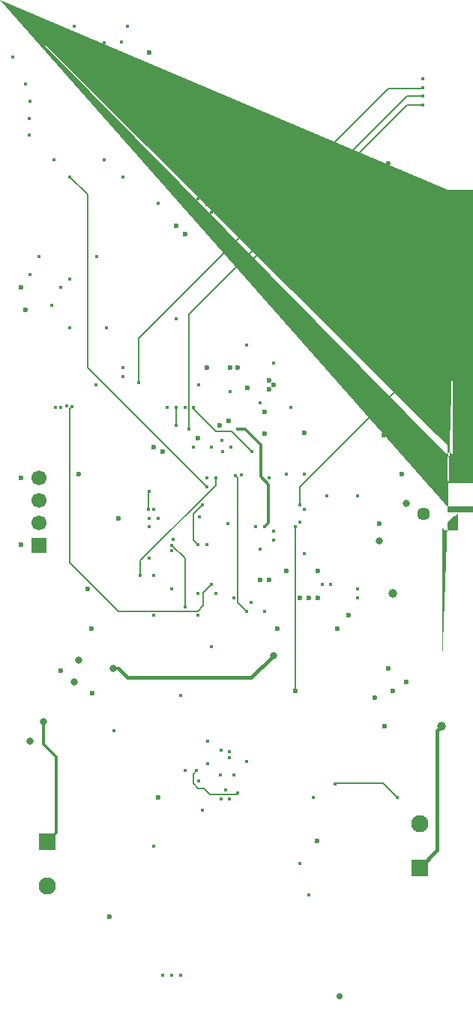
<source format=gbr>
G04 #@! TF.GenerationSoftware,KiCad,Pcbnew,9.0.4*
G04 #@! TF.CreationDate,2025-12-10T12:01:20-06:00*
G04 #@! TF.ProjectId,flightcompv2,666c6967-6874-4636-9f6d-7076322e6b69,rev?*
G04 #@! TF.SameCoordinates,Original*
G04 #@! TF.FileFunction,Copper,L6,Bot*
G04 #@! TF.FilePolarity,Positive*
%FSLAX46Y46*%
G04 Gerber Fmt 4.6, Leading zero omitted, Abs format (unit mm)*
G04 Created by KiCad (PCBNEW 9.0.4) date 2025-12-10 12:01:20*
%MOMM*%
%LPD*%
G01*
G04 APERTURE LIST*
G04 Aperture macros list*
%AMFreePoly0*
4,1,123,1.203536,0.953536,1.205000,0.950000,1.205000,-0.950000,1.203536,-0.953536,1.200000,-0.955000,-0.100000,-0.955000,-0.100192,-0.954996,-0.126192,-0.953996,-0.126383,-0.953985,-0.152383,-0.951985,-0.152573,-0.951967,-0.178573,-0.948967,-0.178944,-0.948910,-0.204944,-0.943910,-0.205167,-0.943862,-0.230167,-0.937862,-0.230300,-0.937828,-0.256300,-0.930828,-0.256756,-0.930682,-0.280756,-0.921682,
-0.280923,-0.921615,-0.304923,-0.911615,-0.305083,-0.911545,-0.329083,-0.900545,-0.329460,-0.900353,-0.352460,-0.887353,-0.352684,-0.887218,-0.396684,-0.859218,-0.397030,-0.858977,-0.418030,-0.842977,-0.418238,-0.842810,-0.438238,-0.825810,-0.438439,-0.825630,-0.457439,-0.807630,-0.457630,-0.807439,-0.475630,-0.788439,-0.475810,-0.788238,-0.492810,-0.768238,-0.492977,-0.768030,-0.508977,-0.747030,
-0.509218,-0.746684,-0.537218,-0.702684,-0.537353,-0.702460,-0.550353,-0.679460,-0.550545,-0.679083,-0.561545,-0.655083,-0.561615,-0.654923,-0.571615,-0.630923,-0.571682,-0.630756,-0.580682,-0.606756,-0.580828,-0.606300,-0.587828,-0.580300,-0.587862,-0.580167,-0.593862,-0.555167,-0.593910,-0.554944,-0.598910,-0.528944,-0.598967,-0.528573,-0.601967,-0.502573,-0.601985,-0.502383,-0.603985,-0.476383,
-0.603996,-0.476192,-0.604996,-0.450192,-0.605000,-0.450000,-0.605000,0.450000,-0.604996,0.450192,-0.603996,0.476192,-0.603985,0.476383,-0.601985,0.502383,-0.601967,0.502573,-0.598967,0.528573,-0.598910,0.528944,-0.593910,0.554944,-0.593862,0.555167,-0.587862,0.580167,-0.587828,0.580300,-0.580828,0.606300,-0.580682,0.606756,-0.571682,0.630756,-0.571615,0.630923,-0.561615,0.654923,
-0.561545,0.655083,-0.550545,0.679083,-0.550353,0.679460,-0.537353,0.702460,-0.537218,0.702684,-0.509218,0.746684,-0.508977,0.747030,-0.492977,0.768030,-0.492810,0.768238,-0.475810,0.788238,-0.475630,0.788439,-0.457630,0.807439,-0.457439,0.807630,-0.438439,0.825630,-0.438238,0.825810,-0.418238,0.842810,-0.418030,0.842977,-0.397030,0.858977,-0.396684,0.859218,-0.352684,0.887218,
-0.352460,0.887353,-0.329460,0.900353,-0.329083,0.900545,-0.305083,0.911545,-0.304923,0.911615,-0.280923,0.921615,-0.280756,0.921682,-0.256756,0.930682,-0.256300,0.930828,-0.230300,0.937828,-0.230167,0.937862,-0.205167,0.943862,-0.204944,0.943910,-0.178944,0.948910,-0.178573,0.948967,-0.152573,0.951967,-0.152383,0.951985,-0.126383,0.953985,-0.126192,0.953996,-0.100192,0.954996,
-0.100000,0.955000,1.200000,0.955000,1.203536,0.953536,1.203536,0.953536,$1*%
%AMFreePoly1*
4,1,123,0.100192,0.954996,0.126192,0.953996,0.126383,0.953985,0.152383,0.951985,0.152573,0.951967,0.178573,0.948967,0.178944,0.948910,0.204944,0.943910,0.205167,0.943862,0.230167,0.937862,0.230300,0.937828,0.256300,0.930828,0.256756,0.930682,0.280756,0.921682,0.280923,0.921615,0.304923,0.911615,0.305083,0.911545,0.329083,0.900545,0.329460,0.900353,0.352460,0.887353,
0.352684,0.887218,0.396684,0.859218,0.397030,0.858977,0.418030,0.842977,0.418238,0.842810,0.438238,0.825810,0.438439,0.825630,0.457439,0.807630,0.457630,0.807439,0.475630,0.788439,0.475810,0.788238,0.492810,0.768238,0.492977,0.768030,0.508977,0.747030,0.509218,0.746684,0.537218,0.702684,0.537353,0.702460,0.550353,0.679460,0.550545,0.679083,0.561545,0.655083,
0.561615,0.654923,0.571615,0.630923,0.571682,0.630756,0.580682,0.606756,0.580828,0.606300,0.587828,0.580300,0.587862,0.580167,0.593862,0.555167,0.593910,0.554944,0.598910,0.528944,0.598967,0.528573,0.601967,0.502573,0.601985,0.502383,0.603985,0.476383,0.603996,0.476192,0.604996,0.450192,0.605000,0.450000,0.605000,-0.450000,0.604996,-0.450192,0.603996,-0.476192,
0.603985,-0.476383,0.601985,-0.502383,0.601967,-0.502573,0.598967,-0.528573,0.598910,-0.528944,0.593910,-0.554944,0.593862,-0.555167,0.587862,-0.580167,0.587828,-0.580300,0.580828,-0.606300,0.580682,-0.606756,0.571682,-0.630756,0.571615,-0.630923,0.561615,-0.654923,0.561545,-0.655083,0.550545,-0.679083,0.550353,-0.679460,0.537353,-0.702460,0.537218,-0.702684,0.509218,-0.746684,
0.508977,-0.747030,0.492977,-0.768030,0.492810,-0.768238,0.475810,-0.788238,0.475630,-0.788439,0.457630,-0.807439,0.457439,-0.807630,0.438439,-0.825630,0.438238,-0.825810,0.418238,-0.842810,0.418030,-0.842977,0.397030,-0.858977,0.396684,-0.859218,0.352684,-0.887218,0.352460,-0.887353,0.329460,-0.900353,0.329083,-0.900545,0.305083,-0.911545,0.304923,-0.911615,0.280923,-0.921615,
0.280756,-0.921682,0.256756,-0.930682,0.256300,-0.930828,0.230300,-0.937828,0.230167,-0.937862,0.205167,-0.943862,0.204944,-0.943910,0.178944,-0.948910,0.178573,-0.948967,0.152573,-0.951967,0.152383,-0.951985,0.126383,-0.953985,0.126192,-0.953996,0.100192,-0.954996,0.100000,-0.955000,-1.200000,-0.955000,-1.203536,-0.953536,-1.205000,-0.950000,-1.205000,0.950000,-1.203536,0.953536,
-1.200000,0.955000,0.100000,0.955000,0.100192,0.954996,0.100192,0.954996,$1*%
G04 Aperture macros list end*
G04 #@! TA.AperFunction,ComponentPad*
%ADD10C,1.450000*%
G04 #@! TD*
G04 #@! TA.AperFunction,ComponentPad*
%ADD11FreePoly0,90.000000*%
G04 #@! TD*
G04 #@! TA.AperFunction,ComponentPad*
%ADD12FreePoly1,90.000000*%
G04 #@! TD*
G04 #@! TA.AperFunction,ComponentPad*
%ADD13R,1.650000X1.650000*%
G04 #@! TD*
G04 #@! TA.AperFunction,ComponentPad*
%ADD14C,1.650000*%
G04 #@! TD*
G04 #@! TA.AperFunction,ComponentPad*
%ADD15R,1.950000X1.950000*%
G04 #@! TD*
G04 #@! TA.AperFunction,ComponentPad*
%ADD16C,1.950000*%
G04 #@! TD*
G04 #@! TA.AperFunction,ComponentPad*
%ADD17R,1.700000X1.700000*%
G04 #@! TD*
G04 #@! TA.AperFunction,ComponentPad*
%ADD18C,1.700000*%
G04 #@! TD*
G04 #@! TA.AperFunction,ViaPad*
%ADD19C,0.600000*%
G04 #@! TD*
G04 #@! TA.AperFunction,ViaPad*
%ADD20C,0.400000*%
G04 #@! TD*
G04 #@! TA.AperFunction,ViaPad*
%ADD21C,0.800000*%
G04 #@! TD*
G04 #@! TA.AperFunction,ViaPad*
%ADD22C,1.000000*%
G04 #@! TD*
G04 #@! TA.AperFunction,ViaPad*
%ADD23C,0.700000*%
G04 #@! TD*
G04 #@! TA.AperFunction,Conductor*
%ADD24C,0.400000*%
G04 #@! TD*
G04 #@! TA.AperFunction,Conductor*
%ADD25C,0.300000*%
G04 #@! TD*
G04 #@! TA.AperFunction,Conductor*
%ADD26C,0.200000*%
G04 #@! TD*
G04 APERTURE END LIST*
D10*
X201975000Y-93500000D03*
X201975000Y-88500000D03*
D11*
X204675000Y-94500000D03*
D12*
X204675000Y-87500000D03*
D13*
X201195000Y-62000000D03*
D14*
X201195000Y-65500000D03*
X201195000Y-69000000D03*
X201195000Y-72500000D03*
D15*
X159500000Y-130500000D03*
D16*
X159500000Y-135500000D03*
D17*
X158500000Y-97120000D03*
D18*
X158500000Y-94580000D03*
X158500000Y-92040000D03*
X158500000Y-89500000D03*
D15*
X201500000Y-133500000D03*
D16*
X201500000Y-128500000D03*
D19*
X188000000Y-103000000D03*
D20*
X172000000Y-58500000D03*
D19*
X189000000Y-103000000D03*
D20*
X173500000Y-102000000D03*
X165900000Y-40400000D03*
X162500000Y-38500000D03*
D19*
X164446500Y-106500000D03*
X184500000Y-78500000D03*
D20*
X176500000Y-58000000D03*
D19*
X198000000Y-56000000D03*
D20*
X178500000Y-102500000D03*
D19*
X199500000Y-62500000D03*
X190014074Y-103000000D03*
D20*
X164000000Y-40400000D03*
D19*
X156500000Y-97000000D03*
X185000000Y-79000000D03*
D20*
X180071238Y-125704998D03*
D19*
X172500000Y-86500000D03*
X184000000Y-84500000D03*
X184500000Y-101000000D03*
D20*
X179071238Y-120204998D03*
X167980000Y-77020000D03*
D19*
X174000000Y-61000000D03*
X156500000Y-68000000D03*
X176500000Y-85000000D03*
D20*
X186500000Y-89000000D03*
X160000000Y-70000000D03*
X157000000Y-45000000D03*
X176000000Y-86000000D03*
D19*
X184500000Y-79500000D03*
D20*
X157500000Y-47000000D03*
D19*
X197000000Y-94610000D03*
D20*
X194510000Y-91500000D03*
D21*
X200000000Y-92305000D03*
D19*
X198851000Y-81351000D03*
D21*
X185000000Y-109500000D03*
X166950001Y-111000000D03*
D19*
X184000000Y-82000000D03*
D20*
X180100000Y-79700000D03*
X182500000Y-103500000D03*
X184000000Y-95000000D03*
X181000000Y-84000000D03*
X176646446Y-93853554D03*
X184500000Y-89500000D03*
X188000000Y-94500000D03*
X184000000Y-104500000D03*
X172500000Y-145578400D03*
X177500000Y-89500000D03*
X181362139Y-89134078D03*
X173500001Y-145578400D03*
X174499999Y-145578400D03*
X179896446Y-94603554D03*
X169995675Y-100495675D03*
X178500000Y-89500000D03*
X189000000Y-136500000D03*
X180503000Y-103000000D03*
X187500000Y-95000000D03*
D19*
X187500000Y-113500000D03*
D20*
X192000000Y-124000000D03*
X199000000Y-125500000D03*
X174500000Y-114000000D03*
X188500000Y-98000000D03*
X182550000Y-86500000D03*
X176000000Y-81500000D03*
X174000000Y-81500000D03*
X174000000Y-83500000D03*
X185000000Y-96500000D03*
X173000000Y-81500000D03*
X175000000Y-81500000D03*
X180200000Y-86000000D03*
X185000000Y-95500000D03*
X166117811Y-72500000D03*
X173487858Y-97043543D03*
X175000000Y-104000000D03*
X176500000Y-105000000D03*
X177571238Y-121704998D03*
X181000000Y-125000000D03*
X176349000Y-122500000D03*
X177000000Y-127000000D03*
X175000000Y-122500000D03*
X177500000Y-97000000D03*
X179000000Y-123000000D03*
X178000000Y-108500000D03*
X180000000Y-121029998D03*
X173505142Y-97693316D03*
X179570860Y-124710290D03*
X176571238Y-123704998D03*
X173662454Y-96417428D03*
X180500000Y-123000000D03*
X182000000Y-104500000D03*
X182000000Y-121500000D03*
X180750000Y-89250000D03*
X179150000Y-85250000D03*
X178000000Y-59500000D03*
X161000000Y-81500000D03*
D19*
X178950437Y-83501983D03*
D20*
X165900000Y-53600000D03*
X179250000Y-86500000D03*
D19*
X179953205Y-83000000D03*
D20*
X179000000Y-62500000D03*
X170600000Y-48900000D03*
X177000000Y-92500000D03*
X176500000Y-97000000D03*
X162000000Y-55500000D03*
X177500000Y-90500000D03*
X162286800Y-81400000D03*
X178000000Y-101500000D03*
X171000000Y-91000000D03*
X171500000Y-105000000D03*
X171500000Y-131000000D03*
X170899997Y-93000000D03*
D19*
X172000000Y-125500000D03*
D20*
X177500000Y-60000000D03*
X183500000Y-81000000D03*
D19*
X197500000Y-84600000D03*
D20*
X178000000Y-86000000D03*
D19*
X190000000Y-100000000D03*
D20*
X175500000Y-57500000D03*
X188500000Y-89000000D03*
D19*
X186450000Y-100000000D03*
X198500000Y-113500000D03*
D20*
X171000000Y-98500000D03*
X167000000Y-118000000D03*
D19*
X202500000Y-76000000D03*
X180100000Y-77000000D03*
D20*
X162000000Y-67000000D03*
X160200000Y-53600000D03*
X177571238Y-119204998D03*
D19*
X161000000Y-111250001D03*
D21*
X162500000Y-112500000D03*
X163000000Y-110000000D03*
D19*
X175000000Y-61980000D03*
D20*
X171500000Y-100500000D03*
X180051238Y-120369998D03*
D19*
X157000000Y-70480000D03*
D20*
X171000000Y-95000000D03*
X191000000Y-91500000D03*
D19*
X199500000Y-89000000D03*
X171500000Y-86000000D03*
D20*
X157500000Y-66500000D03*
X174000000Y-71520000D03*
D19*
X167500000Y-94000000D03*
D22*
X198500000Y-102500000D03*
D20*
X188000000Y-133000000D03*
X194500000Y-102000000D03*
X170600000Y-50800000D03*
X168000000Y-55500000D03*
X167800000Y-40300000D03*
D21*
X157500000Y-119150000D03*
D20*
X176577500Y-79000000D03*
D19*
X196500000Y-114275000D03*
D20*
X177461538Y-58662500D03*
D19*
X164000000Y-102000000D03*
X166500000Y-139000000D03*
D20*
X155600000Y-42000000D03*
D19*
X189907800Y-130439800D03*
D23*
X192500000Y-148000000D03*
D20*
X171500000Y-93000000D03*
X165000000Y-79000000D03*
X158500000Y-64500000D03*
X168500000Y-38500000D03*
D19*
X198000000Y-54000000D03*
X192225000Y-106500000D03*
D20*
X187000000Y-81500000D03*
D19*
X193500000Y-105000000D03*
X181000000Y-77000000D03*
D20*
X190510000Y-101500000D03*
D19*
X171000000Y-41500000D03*
D20*
X162000000Y-72500000D03*
D19*
X164500000Y-113775000D03*
D20*
X157400000Y-50800000D03*
X189500000Y-125510000D03*
D19*
X185490000Y-106500000D03*
D20*
X161000000Y-68000000D03*
X185000000Y-76500000D03*
X176500000Y-102500000D03*
D19*
X197600000Y-117500000D03*
D20*
X179071238Y-125704998D03*
D19*
X156500000Y-89500000D03*
D20*
X170600000Y-43200000D03*
D21*
X197000000Y-96550000D03*
D19*
X182100000Y-79325000D03*
D20*
X160399997Y-81500000D03*
X194500000Y-103000000D03*
D19*
X163000000Y-89000000D03*
D20*
X160500000Y-38500000D03*
X193000000Y-75500000D03*
D19*
X177500000Y-77000000D03*
D20*
X165040000Y-64500000D03*
X168000000Y-78000000D03*
D19*
X198000000Y-111000000D03*
D20*
X191500000Y-101500000D03*
D19*
X200000000Y-112500000D03*
X188500000Y-84400000D03*
X183540000Y-101000000D03*
D20*
X161637380Y-81372524D03*
X157400000Y-48900000D03*
X188000000Y-92500000D03*
X188500000Y-93000000D03*
X201891550Y-44405050D03*
X183500000Y-97500000D03*
X175500000Y-84000000D03*
X172000000Y-94000000D03*
X201891550Y-46405049D03*
D22*
X204000000Y-117500000D03*
D21*
X159000000Y-117000000D03*
D20*
X171000000Y-94000000D03*
X201891550Y-45405051D03*
X169766060Y-78733937D03*
X183000000Y-95000000D03*
X201891550Y-47405050D03*
X182000000Y-65500000D03*
X182000000Y-74500000D03*
D24*
X167500000Y-111000000D02*
X168500000Y-112000000D01*
D25*
X166950001Y-111000000D02*
X167500000Y-111000000D01*
D24*
X168500000Y-112000000D02*
X182500000Y-112000000D01*
X182500000Y-112000000D02*
X185000000Y-109500000D01*
D25*
X183551000Y-89330232D02*
X184449000Y-90228232D01*
X183551000Y-85771768D02*
X183551000Y-89330232D01*
X181779232Y-84000000D02*
X183551000Y-85771768D01*
X184449000Y-94551000D02*
X184000000Y-95000000D01*
X184449000Y-90228232D02*
X184449000Y-94551000D01*
X181000000Y-84000000D02*
X181779232Y-84000000D01*
D26*
X170000000Y-100500000D02*
X169995675Y-100495675D01*
X170000000Y-98791479D02*
X170000000Y-100500000D01*
X178500000Y-89500000D02*
X178500000Y-90291479D01*
X178500000Y-90291479D02*
X170000000Y-98791479D01*
X187449000Y-103228232D02*
X187449000Y-102771768D01*
X187449000Y-102771768D02*
X187500000Y-102720768D01*
X187500000Y-103279232D02*
X187449000Y-103228232D01*
X187500000Y-113500000D02*
X187500000Y-103279232D01*
X187500000Y-102720768D02*
X187500000Y-95000000D01*
X199000000Y-125500000D02*
X197399000Y-123899000D01*
X192101000Y-123899000D02*
X192000000Y-124000000D01*
X197399000Y-123899000D02*
X192101000Y-123899000D01*
X180299000Y-84249000D02*
X178550479Y-84249000D01*
X176000000Y-81698521D02*
X176000000Y-81500000D01*
X182550000Y-86500000D02*
X180299000Y-84249000D01*
X178550479Y-84249000D02*
X176000000Y-81698521D01*
X174000000Y-81500000D02*
X174000000Y-83500000D01*
X173493180Y-97043543D02*
X173487858Y-97043543D01*
X175000000Y-98550363D02*
X173493180Y-97043543D01*
X175000000Y-104000000D02*
X175000000Y-98550363D01*
X175950000Y-123950000D02*
X176500000Y-124500000D01*
X180838710Y-125161290D02*
X181000000Y-125000000D01*
X175950000Y-122899000D02*
X175950000Y-123950000D01*
X176500000Y-124500000D02*
X177136395Y-124500000D01*
X176349000Y-122500000D02*
X175950000Y-122899000D01*
X177136395Y-124500000D02*
X177797685Y-125161290D01*
X177797685Y-125161290D02*
X180838710Y-125161290D01*
X181004000Y-102792479D02*
X181004000Y-103207521D01*
X181000000Y-103211521D02*
X181000000Y-103500000D01*
X181004000Y-103207521D02*
X181000000Y-103211521D01*
X181000000Y-89500000D02*
X181000000Y-102788479D01*
X181000000Y-103500000D02*
X182000000Y-104500000D01*
X180750000Y-89250000D02*
X181000000Y-89500000D01*
X177500000Y-90500000D02*
X163999000Y-76999000D01*
X176000000Y-96500000D02*
X176000000Y-93500000D01*
X176000000Y-93500000D02*
X177000000Y-92500000D01*
X163999000Y-76999000D02*
X163999000Y-57499000D01*
X163999000Y-57499000D02*
X162000000Y-55500000D01*
X176500000Y-97000000D02*
X176000000Y-96500000D01*
X176500000Y-104500000D02*
X177101000Y-103899000D01*
X162000000Y-99000000D02*
X167500000Y-104500000D01*
X162286800Y-81400000D02*
X162000000Y-81686800D01*
X177101000Y-103899000D02*
X177101000Y-102399000D01*
X162000000Y-81686800D02*
X162000000Y-99000000D01*
X177101000Y-102399000D02*
X178000000Y-101500000D01*
X167500000Y-104500000D02*
X176500000Y-104500000D01*
X170899997Y-91100003D02*
X171000000Y-91000000D01*
X170899997Y-93000000D02*
X170899997Y-91100003D01*
X199000000Y-79500000D02*
X199000000Y-67695000D01*
X199000000Y-67695000D02*
X201195000Y-65500000D01*
X188000000Y-92500000D02*
X188000000Y-90500000D01*
X188000000Y-90500000D02*
X199000000Y-79500000D01*
X175500000Y-71000000D02*
X175500000Y-84000000D01*
X201891550Y-46405049D02*
X200094951Y-46405049D01*
X200094951Y-46405049D02*
X175500000Y-71000000D01*
D24*
X203500000Y-131500000D02*
X201500000Y-133500000D01*
X204000000Y-117500000D02*
X203500000Y-118000000D01*
X203500000Y-118000000D02*
X203500000Y-131500000D01*
D25*
X160500000Y-129500000D02*
X159500000Y-130500000D01*
X159000000Y-117000000D02*
X159000000Y-119500000D01*
X159000000Y-119500000D02*
X160500000Y-121000000D01*
X160500000Y-121000000D02*
X160500000Y-129500000D01*
D26*
X198000000Y-45500000D02*
X169766060Y-73733940D01*
X201796601Y-45500000D02*
X198000000Y-45500000D01*
X201891550Y-45405051D02*
X201796601Y-45500000D01*
X169766060Y-73733940D02*
X169766060Y-78733937D01*
X200094950Y-47405050D02*
X182000000Y-65500000D01*
X201891550Y-47405050D02*
X200094950Y-47405050D01*
M02*

</source>
